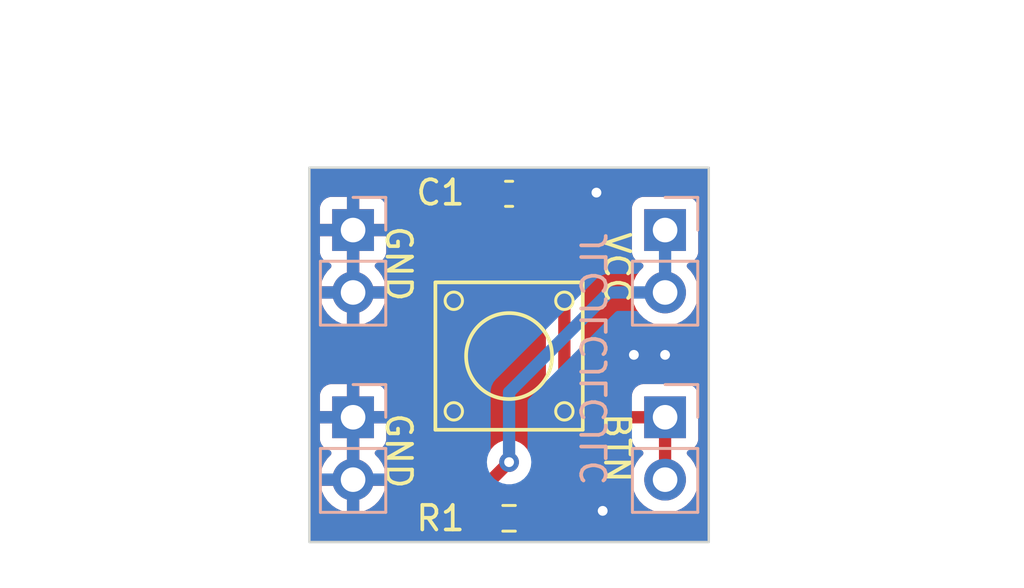
<source format=kicad_pcb>
(kicad_pcb (version 20221018) (generator pcbnew)
  (layers (0 "F.Cu" signal) (31 "B.Cu" signal) (34 "B.Paste" user) (35 "F.Paste" user) (36 "B.SilkS" user "B.Silkscreen") (37 "F.SilkS" user "F.Silkscreen") (38 "B.Mask" user) (39 "F.Mask" user) (44 "Edge.Cuts" user))
  (net 0 "")
  (net 1 "/OUT")
  (net 2 "GND")
  (net 3 "VCC")
  (footprint "Engstad:TACTILE_SWITCH-TE-FSM4JSMAATR" (layer "F.Cu") (at 82.55 55.929 90)
    (fp_text reference "SW1" hide)
    (fp_text value "SW_PUSH_NO")
    (fp_line (start -3 -3) (end 3 -3) (stroke (width 0.15)) (layer "F.SilkS"))
    (fp_line (start -3 3) (end -3 -3) (stroke (width 0.15)) (layer "F.SilkS"))
    (fp_line (start 3 -3) (end 3 3) (stroke (width 0.15)) (layer "F.SilkS"))
    (fp_line (start 3 3) (end -3 3) (stroke (width 0.15)) (layer "F.SilkS"))
    (fp_circle (center -2.25 -2.25) (end -2 -2) (stroke (width 0.12)) (fill none) (layer "F.SilkS"))
    (fp_circle (center -2.25 2.25) (end -2.5 2.5) (stroke (width 0.12)) (fill none) (layer "F.SilkS"))
    (fp_circle (center 0 0) (end 1.75 0) (stroke (width 0.15)) (fill none) (layer "F.SilkS"))
    (fp_circle (center 2.25 -2.25) (end 2 -2.5) (stroke (width 0.12)) (fill none) (layer "F.SilkS"))
    (fp_circle (center 2.25 2.25) (end 2.5 2.5) (stroke (width 0.12)) (fill none) (layer "F.SilkS"))
    (pad "1" smd rect (at -4.55 -2.25 90) (size 2.1 1.4) (layers "F.Cu" "F.Paste" "F.Mask") (net 2 "GND"))
    (pad "1" smd rect (at 4.55 -2.25 270) (size 2.1 1.4) (layers "F.Cu" "F.Paste" "F.Mask") (net 2 "GND"))
    (pad "2" smd rect (at -4.55 2.25 270) (size 2.1 1.4) (layers "F.Cu" "F.Paste" "F.Mask") (net 1 "/OUT"))
    (pad "2" smd rect (at 4.55 2.25 270) (size 2.1 1.4) (layers "F.Cu" "F.Paste" "F.Mask") (net 1 "/OUT"))
  )
  (footprint "Resistor_SMD:R_0603_1608Metric_Pad0.98x0.95mm_HandSolder" (layer "F.Cu") (at 82.55 62.533)
    (fp_text reference "R1" (at -2.794 0) (layer "F.SilkS"))
    (fp_text value "R")
    (fp_line (start -0.254724 -0.5225) (end 0.254724 -0.5225) (stroke (width 0.12)) (layer "F.SilkS"))
    (fp_line (start -0.254724 0.5225) (end 0.254724 0.5225) (stroke (width 0.12)) (layer "F.SilkS"))
    (pad "1" smd roundrect (at -0.9125 0) (size 0.975 0.95) (layers "F.Cu" "F.Paste" "F.Mask") (net 3 "VCC"))
    (pad "2" smd roundrect (at 0.9125 0) (size 0.975 0.95) (layers "F.Cu" "F.Paste" "F.Mask") (net 1 "/OUT"))
  )
  (footprint "Capacitor_SMD:C_0603_1608Metric_Pad1.08x0.95mm_HandSolder" (layer "F.Cu") (at 82.55 49.325 180)
    (fp_text reference "C1" (at 2.794 0.049 180) (layer "F.SilkS"))
    (fp_text value "100n")
    (fp_line (start -0.146267 -0.51) (end 0.146267 -0.51) (stroke (width 0.12)) (layer "F.SilkS"))
    (fp_line (start -0.146267 0.51) (end 0.146267 0.51) (stroke (width 0.12)) (layer "F.SilkS"))
    (pad "1" smd roundrect (at -0.8625 0 180) (size 1.075 0.95) (layers "F.Cu" "F.Paste" "F.Mask") (net 1 "/OUT"))
    (pad "2" smd roundrect (at 0.8625 0 180) (size 1.075 0.95) (layers "F.Cu" "F.Paste" "F.Mask") (net 2 "GND"))
  )
  (footprint "Connector_PinHeader_2.54mm:PinHeader_1x02_P2.54mm_Vertical" (layer "B.Cu") (at 88.9 50.8 180)
    (fp_text reference "J2" hide)
    (fp_text value "Conn_01x02_Pin")
    (fp_line (start -1.33 -3.87) (end 1.33 -3.87) (stroke (width 0.12)) (layer "B.SilkS"))
    (fp_line (start -1.33 -1.27) (end -1.33 -3.87) (stroke (width 0.12)) (layer "B.SilkS"))
    (fp_line (start -1.33 -1.27) (end 1.33 -1.27) (stroke (width 0.12)) (layer "B.SilkS"))
    (fp_line (start -1.33 0) (end -1.33 1.33) (stroke (width 0.12)) (layer "B.SilkS"))
    (fp_line (start -1.33 1.33) (end 0 1.33) (stroke (width 0.12)) (layer "B.SilkS"))
    (fp_line (start 1.33 -1.27) (end 1.33 -3.87) (stroke (width 0.12)) (layer "B.SilkS"))
    (pad "1" thru_hole rect (at 0 0 180) (size 1.7 1.7) (drill 1) (layers "*.Cu" "*.Mask") (net 3 "VCC"))
    (pad "2" thru_hole oval (at 0 -2.54 180) (size 1.7 1.7) (drill 1) (layers "*.Cu" "*.Mask") (net 3 "VCC"))
  )
  (footprint "Connector_PinHeader_2.54mm:PinHeader_1x02_P2.54mm_Vertical" (layer "B.Cu") (at 76.2 58.42 180)
    (fp_text reference "J3" hide)
    (fp_text value "Conn_01x02_Pin")
    (fp_line (start -1.33 -3.87) (end 1.33 -3.87) (stroke (width 0.12)) (layer "B.SilkS"))
    (fp_line (start -1.33 -1.27) (end -1.33 -3.87) (stroke (width 0.12)) (layer "B.SilkS"))
    (fp_line (start -1.33 -1.27) (end 1.33 -1.27) (stroke (width 0.12)) (layer "B.SilkS"))
    (fp_line (start -1.33 0) (end -1.33 1.33) (stroke (width 0.12)) (layer "B.SilkS"))
    (fp_line (start -1.33 1.33) (end 0 1.33) (stroke (width 0.12)) (layer "B.SilkS"))
    (fp_line (start 1.33 -1.27) (end 1.33 -3.87) (stroke (width 0.12)) (layer "B.SilkS"))
    (pad "1" thru_hole rect (at 0 0 180) (size 1.7 1.7) (drill 1) (layers "*.Cu" "*.Mask") (net 2 "GND"))
    (pad "2" thru_hole oval (at 0 -2.54 180) (size 1.7 1.7) (drill 1) (layers "*.Cu" "*.Mask") (net 2 "GND"))
  )
  (footprint "Connector_PinHeader_2.54mm:PinHeader_1x02_P2.54mm_Vertical" (layer "B.Cu") (at 88.9 58.42 180)
    (fp_text reference "J4" hide)
    (fp_text value "Conn_01x02_Pin")
    (fp_line (start -1.33 -3.87) (end 1.33 -3.87) (stroke (width 0.12)) (layer "B.SilkS"))
    (fp_line (start -1.33 -1.27) (end -1.33 -3.87) (stroke (width 0.12)) (layer "B.SilkS"))
    (fp_line (start -1.33 -1.27) (end 1.33 -1.27) (stroke (width 0.12)) (layer "B.SilkS"))
    (fp_line (start -1.33 0) (end -1.33 1.33) (stroke (width 0.12)) (layer "B.SilkS"))
    (fp_line (start -1.33 1.33) (end 0 1.33) (stroke (width 0.12)) (layer "B.SilkS"))
    (fp_line (start 1.33 -1.27) (end 1.33 -3.87) (stroke (width 0.12)) (layer "B.SilkS"))
    (pad "1" thru_hole rect (at 0 0 180) (size 1.7 1.7) (drill 1) (layers "*.Cu" "*.Mask") (net 1 "/OUT"))
    (pad "2" thru_hole oval (at 0 -2.54 180) (size 1.7 1.7) (drill 1) (layers "*.Cu" "*.Mask") (net 1 "/OUT"))
  )
  (footprint "Connector_PinHeader_2.54mm:PinHeader_1x02_P2.54mm_Vertical" (layer "B.Cu") (at 76.2 50.8 180)
    (fp_text reference "J1" hide)
    (fp_text value "Conn_01x02_Pin")
    (fp_line (start -1.33 -3.87) (end 1.33 -3.87) (stroke (width 0.12)) (layer "B.SilkS"))
    (fp_line (start -1.33 -1.27) (end -1.33 -3.87) (stroke (width 0.12)) (layer "B.SilkS"))
    (fp_line (start -1.33 -1.27) (end 1.33 -1.27) (stroke (width 0.12)) (layer "B.SilkS"))
    (fp_line (start -1.33 0) (end -1.33 1.33) (stroke (width 0.12)) (layer "B.SilkS"))
    (fp_line (start -1.33 1.33) (end 0 1.33) (stroke (width 0.12)) (layer "B.SilkS"))
    (fp_line (start 1.33 -1.27) (end 1.33 -3.87) (stroke (width 0.12)) (layer "B.SilkS"))
    (pad "1" thru_hole rect (at 0 0 180) (size 1.7 1.7) (drill 1) (layers "*.Cu" "*.Mask") (net 2 "GND"))
    (pad "2" thru_hole oval (at 0 -2.54 180) (size 1.7 1.7) (drill 1) (layers "*.Cu" "*.Mask") (net 2 "GND"))
  )
  (gr_rect (start 74.422 48.26) (end 90.678 63.5) (stroke (width 0.1)) (fill none) (layer "Edge.Cuts"))
  (gr_text "JLCJLCJLCJLC" (at 86.614 50.8 90) (layer "B.SilkS") (effects (font (size 1 1)) (justify left bottom mirror)))
  (gr_text "VCC\n" (at 86.36 50.8 -90) (layer "F.SilkS") (effects (font (size 1 1)) (justify left bottom)))
  (gr_text "BTN" (at 86.36 58.166 -90) (layer "F.SilkS") (effects (font (size 1 1)) (justify left bottom)))
  (gr_text "GND\n" (at 77.47 50.546 -90) (layer "F.SilkS") (effects (font (size 1 1)) (justify left bottom)))
  (gr_text "GND\n" (at 77.47 58.166 -90) (layer "F.SilkS") (effects (font (size 1 1)) (justify left bottom)))
  (segment (start 84.377 49.325) (end 83.4125 49.325) (width 0.5) (layer "F.Cu") (net 1))
  (segment (start 84.8 49.748) (end 84.377 49.325) (width 0.5) (layer "F.Cu") (net 1))
  (segment (start 83.4625 62.533) (end 83.4625 61.8165) (width 0.5) (layer "F.Cu") (net 1))
  (segment (start 83.4625 61.8165) (end 84.8 60.479) (width 0.5) (layer "F.Cu") (net 1))
  (segment (start 84.8 51.379) (end 84.8 49.748) (width 0.5) (layer "F.Cu") (net 1))
  (segment (start 84.8 51.379) (end 84.8 60.479) (width 0.5) (layer "F.Cu") (net 1))
  (segment (start 88.9 60.96) (end 88.9 58.42) (width 0.5) (layer "F.Cu") (net 1))
  (segment (start 84.8 60.479) (end 86.859 58.42) (width 0.5) (layer "F.Cu") (net 1))
  (segment (start 86.859 58.42) (end 88.9 58.42) (width 0.5) (layer "F.Cu") (net 1))
  (segment (start 76.2 50.8) (end 76.2 53.34) (width 0.5) (layer "F.Cu") (net 2))
  (segment (start 76.2 58.42) (end 76.2 60.96) (width 0.5) (layer "F.Cu") (net 2))
  (segment (start 80.278 51.357) (end 80.3 51.379) (width 0.5) (layer "F.Cu") (net 2))
  (segment (start 76.2 53.34) (end 76.2 58.42) (width 0.5) (layer "F.Cu") (net 2))
  (segment (start 81.6875 49.325) (end 80.541 49.325) (width 0.5) (layer "F.Cu") (net 2))
  (segment (start 80.3 49.566) (end 80.3 51.379) (width 0.5) (layer "F.Cu") (net 2))
  (segment (start 80.541 49.325) (end 80.3 49.566) (width 0.5) (layer "F.Cu") (net 2))
  (via (at 87.63 55.88) (size 0.8) (drill 0.4) (layers "F.Cu" "B.Cu") (net 2))
  (via (at 88.9 55.88) (size 0.8) (drill 0.4) (layers "F.Cu" "B.Cu") (net 2))
  (via (at 86.36 62.23) (size 0.8) (drill 0.4) (layers "F.Cu" "B.Cu") (net 2))
  (via (at 86.106 49.276) (size 0.8) (drill 0.4) (layers "F.Cu" "B.Cu") (net 2))
  (segment (start 81.6375 62.533) (end 81.6375 61.1595) (width 0.5) (layer "F.Cu") (net 3))
  (segment (start 81.6375 61.1595) (end 82.55 60.247) (width 0.5) (layer "F.Cu") (net 3))
  (via (at 82.55 60.247) (size 0.8) (drill 0.4) (layers "F.Cu" "B.Cu") (net 3))
  (segment (start 88.9 53.34) (end 88.9 50.8) (width 0.5) (layer "B.Cu") (net 3))
  (segment (start 82.55 57.404) (end 82.55 57.453) (width 0.5) (layer "B.Cu") (net 3))
  (segment (start 88.9 53.34) (end 86.614 53.34) (width 0.5) (layer "B.Cu") (net 3))
  (segment (start 86.614 53.34) (end 82.55 57.404) (width 0.5) (layer "B.Cu") (net 3))
  (segment (start 82.55 58.977) (end 82.55 60.247) (width 0.5) (layer "B.Cu") (net 3))
  (segment (start 82.55 58.977) (end 82.55 57.453) (width 0.5) (layer "B.Cu") (net 3))
  (zone (net 2) (net_name "GND") (layer "F.Cu") (connect_pads (clearance 0.5)) (min_thickness 0.25) (fill yes (thermal_gap 0.5) (thermal_bridge_width 0.5))
    (polygon (pts (xy 74.422 48.26) (xy 90.678 48.26) (xy 90.678 63.5) (xy 74.422 63.5)))
  )
  (zone (net 2) (net_name "GND") (layer "B.Cu") (priority 1) (connect_pads (clearance 0.5)) (min_thickness 0.25) (fill yes (thermal_gap 0.5) (thermal_bridge_width 0.5))
    (polygon (pts (xy 74.422 48.26) (xy 90.678 48.26) (xy 90.678 63.5) (xy 74.422 63.5)))
  )
)
</source>
